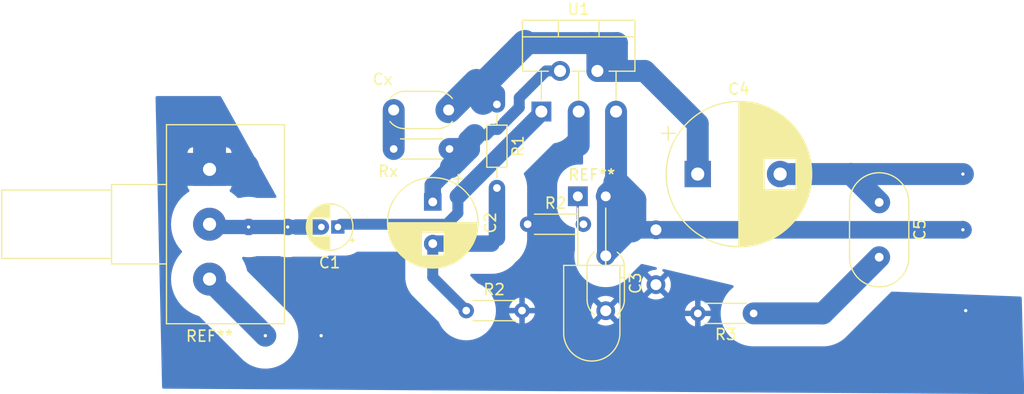
<source format=kicad_pcb>
(kicad_pcb (version 20240108) (generator "pcbnew") (generator_version "8.0")
  (layers (0 "F.Cu" signal) (31 "B.Cu" signal) (34 "B.Paste" user) (35 "F.Paste" user) (36 "B.SilkS" user "B.Silkscreen") (37 "F.SilkS" user "F.Silkscreen") (38 "B.Mask" user) (39 "F.Mask" user) (44 "Edge.Cuts" user))
  (net 0 "")
  (net 1 "Net-(U1-+)")
  (net 2 "Net-(C4-Pad1)")
  (net 3 "GND")
  (net 4 "Net-(U1--)")
  (net 5 "Net-(C2-Pad2)")
  (net 6 "Net-(C4-Pad2)")
  (net 7 "Net-(C5-Pad2)")
  (net 8 "Net-(Cx1-Pad2)")
  (net 9 "Net-(C1-Pad2)")
  (net 10 "+12V")
  (footprint "Resistor_THT:R_Axial_DIN0204_L3.6mm_D1.6mm_P5.08mm_Horizontal" (layer "F.Cu") (at 196.85 99.568 180)
    (property "Reference" "R3" (at 2.54 -1.92 0) (layer "F.SilkS"))
    (property "Value" "1")
    (pad "1" thru_hole circle (at 0 0 180) (size 1.4 1.4) (drill 0.7) (layers "*.Cu" "*.Mask") (net 7 "Net-(C5-Pad2)"))
    (pad "2" thru_hole oval (at 5.08 0 180) (size 1.4 1.4) (drill 0.7) (layers "*.Cu" "*.Mask") (net 3 "GND"))
  )
  (footprint "" (layer "F.Cu") (at 187.96 91.948)
    (property "Reference" "" (at 0 0 0) (layer "F.SilkS") (effects (font (size 1.27 1.27))))
    (property "Value" "")
    (pad "1" thru_hole circle (at 0 0 270) (size 1.7 1.7) (drill 1) (layers "*.Cu" "*.Mask") (net 10 "+12V"))
  )
  (footprint "Crystal:Resonator-2Pin_W6.0mm_H3.0mm" (layer "F.Cu") (at 169.084 81.026 180)
    (property "Reference" "Cx" (at 6.016 2.794 0) (layer "F.SilkS"))
    (property "Value" "68nF")
    (pad "1" thru_hole circle (at 0 0 180) (size 1.7 1.7) (drill 1) (layers "*.Cu" "*.Mask") (net 2 "Net-(C4-Pad1)"))
    (pad "2" thru_hole circle (at 5 0 180) (size 1.7 1.7) (drill 1) (layers "*.Cu" "*.Mask") (net 8 "Net-(Cx1-Pad2)"))
  )
  (footprint "Resistor_THT:R_Axial_DIN0204_L3.6mm_D1.6mm_P5.08mm_Horizontal" (layer "F.Cu") (at 164.084 84.582)
    (property "Reference" "Rx" (at -0.508 2.032 0) (layer "F.SilkS"))
    (property "Value" "100")
    (pad "1" thru_hole circle (at 0 0) (size 1.4 1.4) (drill 0.7) (layers "*.Cu" "*.Mask") (net 8 "Net-(Cx1-Pad2)"))
    (pad "2" thru_hole oval (at 5.08 0) (size 1.4 1.4) (drill 0.7) (layers "*.Cu" "*.Mask") (net 4 "Net-(U1--)"))
  )
  (footprint "Capacitor_THT:CP_Radial_D4.0mm_P1.50mm" (layer "F.Cu") (at 159.004 91.694 180)
    (property "Reference" "C1" (at 0.75 -3.25 0) (layer "F.SilkS"))
    (property "Value" "10uF")
    (pad "1" thru_hole rect (at 0 0 180) (size 1.2 1.2) (drill 0.6) (layers "*.Cu" "*.Mask") (net 1 "Net-(U1-+)"))
    (pad "2" thru_hole circle (at 1.5 0 180) (size 1.2 1.2) (drill 0.6) (layers "*.Cu" "*.Mask"))
  )
  (footprint "Crystal:Resonator-2Pin_W6.0mm_H3.0mm" (layer "F.Cu") (at 183.388 94.324 -90)
    (property "Reference" "C3" (at 2.5 -2.7 90) (layer "F.SilkS"))
    (property "Value" "100nF")
    (pad "1" thru_hole circle (at 0 0 270) (size 1.7 1.7) (drill 1) (layers "*.Cu" "*.Mask") (net 10 "+12V"))
    (pad "2" thru_hole circle (at 5 0 270) (size 1.7 1.7) (drill 1) (layers "*.Cu" "*.Mask") (net 3 "GND"))
  )
  (footprint "Crystal:Resonator-2Pin_W10.0mm_H5.0mm" (layer "F.Cu") (at 208.28 89.448 -90)
    (property "Reference" "C5" (at 2.5 -3.7 90) (layer "F.SilkS"))
    (property "Value" "100nF")
    (pad "1" thru_hole circle (at 0 0 270) (size 1.5 1.5) (drill 0.8) (layers "*.Cu" "*.Mask") (net 6 "Net-(C4-Pad2)"))
    (pad "2" thru_hole circle (at 5 0 270) (size 1.5 1.5) (drill 0.8) (layers "*.Cu" "*.Mask") (net 7 "Net-(C5-Pad2)"))
  )
  (footprint "" (layer "F.Cu") (at 187.96 96.948)
    (property "Reference" "" (at 0 0 0) (layer "F.SilkS") (effects (font (size 1.27 1.27))))
    (property "Value" "")
    (pad "2" thru_hole circle (at 0 0 270) (size 1.7 1.7) (drill 1) (layers "*.Cu" "*.Mask") (net 3 "GND"))
  )
  (footprint "Resistor_THT:R_Axial_DIN0204_L3.6mm_D1.6mm_P5.08mm_Horizontal" (layer "F.Cu") (at 176.276 91.44)
    (property "Reference" "R2" (at 2.54 -1.92 0) (layer "F.SilkS"))
    (property "Value" "4")
    (pad "1" thru_hole circle (at 0 0) (size 1.4 1.4) (drill 0.7) (layers "*.Cu" "*.Mask"))
    (pad "2" thru_hole oval (at 5.08 0) (size 1.4 1.4) (drill 0.7) (layers "*.Cu" "*.Mask"))
  )
  (footprint "Resistor_THT:R_Axial_DIN0204_L3.6mm_D1.6mm_P5.08mm_Horizontal" (layer "F.Cu") (at 170.688 99.314)
    (property "Reference" "R2" (at 2.54 -1.92 0) (layer "F.SilkS"))
    (property "Value" "4")
    (pad "1" thru_hole circle (at 0 0) (size 1.4 1.4) (drill 0.7) (layers "*.Cu" "*.Mask") (net 5 "Net-(C2-Pad2)"))
    (pad "2" thru_hole oval (at 5.08 0) (size 1.4 1.4) (drill 0.7) (layers "*.Cu" "*.Mask") (net 3 "GND"))
  )
  (footprint "Capacitor_THT:CP_Radial_D13.0mm_P7.50mm" (layer "F.Cu") (at 191.760785 86.868)
    (property "Reference" "C4" (at 3.75 -7.75 0) (layer "F.SilkS"))
    (property "Value" "2200uF")
    (pad "1" thru_hole rect (at 0 0) (size 2.4 2.4) (drill 1.2) (layers "*.Cu" "*.Mask") (net 2 "Net-(C4-Pad1)"))
    (pad "2" thru_hole circle (at 7.5 0) (size 2.4 2.4) (drill 1.2) (layers "*.Cu" "*.Mask") (net 6 "Net-(C4-Pad2)"))
  )
  (footprint "LED_THT:LED_D5.0mm_Horizontal_O6.35mm_Z15.0mm" (layer "F.Cu") (at 180.848 88.9)
    (property "Reference" "REF**" (at 1.27 -1.96 0) (layer "F.SilkS"))
    (property "Value" "LED_D5.0mm_Horizontal_O6.35mm_Z15.0mm")
    (pad "1" thru_hole rect (at 0 0) (size 1.8 1.8) (drill 0.9) (layers "*.Cu" "*.Mask"))
    (pad "2" thru_hole circle (at 2.54 0) (size 1.8 1.8) (drill 0.9) (layers "*.Cu" "*.Mask"))
  )
  (footprint "Resistor_THT:R_Axial_DIN0204_L3.6mm_D1.6mm_P7.62mm_Horizontal" (layer "F.Cu") (at 173.482 80.518 -90)
    (property "Reference" "R1" (at 3.81 -1.92 -90) (layer "F.SilkS"))
    (property "Value" "120")
    (pad "1" thru_hole circle (at 0 0 270) (size 1.4 1.4) (drill 0.7) (layers "*.Cu" "*.Mask") (net 2 "Net-(C4-Pad1)"))
    (pad "2" thru_hole oval (at 7.62 0 270) (size 1.4 1.4) (drill 0.7) (layers "*.Cu" "*.Mask") (net 5 "Net-(C2-Pad2)"))
  )
  (footprint "Capacitor_THT:CP_Radial_D8.0mm_P3.80mm" (layer "F.Cu") (at 167.64 89.408 -90)
    (property "Reference" "C2" (at 1.9 -5.25 90) (layer "F.SilkS"))
    (property "Value" "470uF")
    (pad "1" thru_hole rect (at 0 0 270) (size 1.6 1.6) (drill 0.8) (layers "*.Cu" "*.Mask") (net 4 "Net-(U1--)"))
    (pad "2" thru_hole circle (at 3.8 0 270) (size 1.6 1.6) (drill 0.8) (layers "*.Cu" "*.Mask") (net 5 "Net-(C2-Pad2)"))
  )
  (footprint "Package_TO_SOT_THT:TO-220-5_P3.4x3.7mm_StaggerOdd_Lead3.8mm_Vertical" (layer "F.Cu") (at 177.526 81.17)
    (property "Reference" "U1" (at 3.4 -9.32 0) (layer "F.SilkS"))
    (property "Value" "TDA2003")
    (pad "1" thru_hole rect (at 0 0) (size 1.8 1.8) (drill 1.1) (layers "*.Cu" "*.Mask") (net 1 "Net-(U1-+)"))
    (pad "2" thru_hole oval (at 1.7 -3.7) (size 1.8 1.8) (drill 1.1) (layers "*.Cu" "*.Mask") (net 4 "Net-(U1--)"))
    (pad "3" thru_hole oval (at 3.4 0) (size 1.8 1.8) (drill 1.1) (layers "*.Cu" "*.Mask") (net 3 "GND"))
    (pad "4" thru_hole oval (at 5.1 -3.7) (size 1.8 1.8) (drill 1.1) (layers "*.Cu" "*.Mask") (net 2 "Net-(C4-Pad1)"))
    (pad "5" thru_hole oval (at 6.8 0) (size 1.8 1.8) (drill 1.1) (layers "*.Cu" "*.Mask") (net 10 "+12V"))
  )
  (footprint "Potentiometer_THT:Potentiometer_Alps_RK163_Single_Horizontal" (layer "F.Cu") (at 147.32 86.44)
    (property "Reference" "REF**" (at 0 15.2 180) (layer "F.SilkS"))
    (property "Value" "Potentiometer_Alps_RK163_Single_Horizontal")
    (pad "1" thru_hole rect (at 0 0 180) (size 3 3) (drill 1.2) (layers "*.Cu" "*.Mask") (net 3 "GND"))
    (pad "2" thru_hole circle (at 0 5 180) (size 3 3) (drill 1.2) (layers "*.Cu" "*.Mask"))
    (pad "3" thru_hole circle (at 0 10 180) (size 3 3) (drill 1.2) (layers "*.Cu" "*.Mask"))
  )
  (segment (start 147.32 96.44) (end 147.32 96.52) (width 0.2) (layer "F.Cu") (net 0))
  (via (at 150.876 91.694) (size 1.5) (drill 0.3) (layers "F.Cu" "B.Cu") (net 0))
  (via (at 152.4 101.6) (size 1.5) (drill 0.3) (layers "F.Cu" "B.Cu") (net 0))
  (via (at 154.432 91.694) (size 1.5) (drill 0.3) (layers "F.Cu" "B.Cu") (net 0))
  (segment (start 147.32 96.52) (end 152.4 101.6) (width 2) (layer "B.Cu") (net 0))
  (segment (start 159.258 91.44) (end 159.004 91.694) (width 0.6) (layer "F.Cu") (net 1))
  (segment (start 177.526 81.17) (end 177.526 81.3) (width 0.2) (layer "F.Cu") (net 1))
  (segment (start 177.526 81.3) (end 169.926 88.9) (width 1.5) (layer "B.Cu") (net 1))
  (segment (start 169.926 88.9) (end 169.926 90.424) (width 1) (layer "B.Cu") (net 1))
  (segment (start 168.91 91.44) (end 159.258 91.44) (width 1) (layer "B.Cu") (net 1))
  (segment (start 169.926 90.424) (end 168.91 91.44) (width 1) (layer "B.Cu") (net 1))
  (segment (start 172.212 80.264) (end 172.212 78.74) (width 2.4) (layer "B.Cu") (net 2))
  (segment (start 191.760785 82.286785) (end 191.760785 86.868) (width 2) (layer "B.Cu") (net 2))
  (segment (start 173.482 80.518) (end 173.482 79.502) (width 1.5) (layer "B.Cu") (net 2))
  (segment (start 182.626 77.47) (end 183.896 77.47) (width 2) (layer "B.Cu") (net 2))
  (segment (start 172.212 78.74) (end 176.022 74.93) (width 2.4) (layer "B.Cu") (net 2))
  (segment (start 184.404 76.962) (end 184.404 74.93) (width 2) (layer "B.Cu") (net 2))
  (segment (start 186.944 77.47) (end 189.357 79.883) (width 2) (layer "B.Cu") (net 2))
  (segment (start 184.404 74.93) (end 182.118 74.93) (width 2) (layer "B.Cu") (net 2))
  (segment (start 176.022 74.93) (end 182.118 74.93) (width 2) (layer "B.Cu") (net 2))
  (segment (start 169.084 81.026) (end 171.624 78.486) (width 2.4) (layer "B.Cu") (net 2))
  (segment (start 189.357 79.883) (end 191.760785 82.286785) (width 2) (layer "B.Cu") (net 2))
  (segment (start 183.896 77.47) (end 186.944 77.47) (width 2) (layer "B.Cu") (net 2))
  (segment (start 171.624 78.486) (end 171.624 79.676) (width 2) (layer "B.Cu") (net 2))
  (segment (start 182.118 74.93) (end 182.626 75.438) (width 1) (layer "B.Cu") (net 2))
  (segment (start 182.626 75.438) (end 182.626 77.47) (width 2) (layer "B.Cu") (net 2))
  (segment (start 171.624 79.676) (end 172.212 80.264) (width 2) (layer "B.Cu") (net 2))
  (segment (start 173.228 79.248) (end 172.212 80.264) (width 1.5) (layer "B.Cu") (net 2))
  (via (at 216.154 99.314) (size 1.6) (drill 0.3) (layers "F.Cu" "B.Cu") (net 3))
  (via (at 157.48 101.6) (size 1.5) (drill 0.3) (layers "F.Cu" "B.Cu") (net 3))
  (segment (start 180.926 81.17) (end 180.926 84.25) (width 2) (layer "B.Cu") (net 3))
  (segment (start 147.32 83.82) (end 147.32 86.44) (width 3) (layer "B.Cu") (net 3))
  (segment (start 147.32 86.44) (end 144.352 86.44) (width 3) (layer "B.Cu") (net 3))
  (segment (start 150.288 86.44) (end 150.368 86.36) (width 3) (layer "B.Cu") (net 3))
  (segment (start 147.32 86.44) (end 150.288 86.44) (width 3) (layer "B.Cu") (net 3))
  (segment (start 173.021453 82.804) (end 172.513453 83.312) (width 1) (layer "B.Cu") (net 4))
  (segment (start 175.514 80.819453) (end 173.529453 82.804) (width 1) (layer "B.Cu") (net 4))
  (segment (start 167.64 89.408) (end 167.64 87.884) (width 1.5) (layer "B.Cu") (net 4))
  (segment (start 169.291 86.233) (end 170.942 84.582) (width 2) (layer "B.Cu") (net 4))
  (segment (start 171.45 83.312) (end 170.942 83.82) (width 2) (layer "B.Cu") (net 4))
  (segment (start 170.942 83.82) (end 170.942 84.582) (width 2) (layer "B.Cu") (net 4))
  (segment (start 179.226 77.47) (end 177.953208 77.47) (width 1) (layer "B.Cu") (net 4))
  (segment (start 175.514 80.772) (end 174.11 82.176) (width 1) (layer "B.Cu") (net 4))
  (segment (start 167.64 87.884) (end 169.291 86.233) (width 1.5) (layer "B.Cu") (net 4))
  (segment (start 175.514 79.909208) (end 175.514 80.772) (width 1) (layer "B.Cu") (net 4))
  (segment (start 172.513453 83.312) (end 171.45 83.312) (width 1) (layer "B.Cu") (net 4))
  (segment (start 177.953208 77.47) (end 175.514 79.909208) (width 1) (layer "B.Cu") (net 4))
  (segment (start 173.529453 82.804) (end 173.021453 82.804) (width 1) (layer "B.Cu") (net 4))
  (segment (start 170.942 84.582) (end 169.164 84.582) (width 2) (layer "B.Cu") (net 4))
  (segment (start 172.984 93.208) (end 173.482 92.71) (width 1) (layer "B.Cu") (net 5))
  (segment (start 167.64 93.208) (end 172.984 93.208) (width 1.5) (layer "B.Cu") (net 5))
  (segment (start 173.482 92.71) (end 173.482 88.138) (width 1.5) (layer "B.Cu") (net 5))
  (segment (start 167.64 96.266) (end 167.64 93.208) (width 1) (layer "B.Cu") (net 5))
  (segment (start 170.688 99.314) (end 167.64 96.266) (width 1) (layer "B.Cu") (net 5))
  (via (at 215.9 86.868) (size 1.6) (drill 0.3) (layers "F.Cu" "B.Cu") (net 6))
  (segment (start 208.28 89.448) (end 205.7 86.868) (width 2) (layer "B.Cu") (net 6))
  (segment (start 205.7 86.868) (end 199.260785 86.868) (width 2) (layer "B.Cu") (net 6))
  (segment (start 205.7 86.868) (end 215.9 86.868) (width 2) (layer "B.Cu") (net 6))
  (segment (start 196.85 99.568) (end 203.16 99.568) (width 2) (layer "B.Cu") (net 7))
  (segment (start 203.16 99.568) (end 208.28 94.448) (width 2) (layer "B.Cu") (net 7))
  (segment (start 164.084 81.026) (end 163.576 81.534) (width 0.2) (layer "F.Cu") (net 8))
  (segment (start 164.084 84.582) (end 164.084 81.026) (width 2) (layer "B.Cu") (net 8))
  (segment (start 147.574 91.694) (end 147.32 91.44) (width 0.2) (layer "F.Cu") (net 9))
  (segment (start 157.504 91.694) (end 147.574 91.694) (width 1.3) (layer "B.Cu") (net 9))
  (segment (start 157.504 91.694) (end 155.194 91.694) (width 1.4) (layer "B.Cu") (net 9))
  (segment (start 180.848 90.932) (end 180.848 88.9) (width 0.2) (layer "F.Cu") (net 10))
  (segment (start 181.356 91.44) (end 180.848 90.932) (width 0.2) (layer "F.Cu") (net 10))
  (via (at 215.9 91.948) (size 1.6) (drill 0.3) (layers "F.Cu" "B.Cu") (net 10))
  (segment (start 184.326 93.386) (end 183.388 94.324) (width 0.2) (layer "B.Cu") (net 10))
  (segment (start 180.848 88.9) (end 180.848 90.932) (width 0.2) (layer "B.Cu") (net 10))
  (segment (start 180.848 90.932) (end 181.356 91.44) (width 0.2) (layer "B.Cu") (net 10))
  (segment (start 184.326 81.17) (end 184.326 89.662) (width 2) (layer "B.Cu") (net 10))
  (segment (start 184.326 87.63) (end 183.388 88.568) (width 1.6) (layer "B.Cu") (net 10))
  (segment (start 185.764 91.948) (end 183.388 94.324) (width 1.6) (layer "B.Cu") (net 10))
  (segment (start 183.388 88.568) (end 183.388 94.324) (width 1.6) (layer "B.Cu") (net 10))
  (segment (start 185.764 91.948) (end 215.9 91.948) (width 1.6) (layer "B.Cu") (net 10))
  (segment (start 185.928 89.232) (end 184.326 87.63) (width 2.3) (layer "B.Cu") (net 10))
  (segment (start 185.928 91.784) (end 185.928 89.232) (width 2.3) (layer "B.Cu") (net 10))
  (segment (start 184.326 89.662) (end 184.326 93.386) (width 1.6) (layer "B.Cu") (net 10))
  (segment (start 185.764 91.948) (end 185.928 91.784) (width 2.3) (layer "B.Cu") (net 10))
  (segment (start 184.326 89.662) (end 184.326 87.63) (width 0.2) (layer "B.Cu") (net 10))
  (zone (net 0) (net_name "") (layers "F&B.Cu") (connect_pads (clearance 0)) (min_thickness 0.25)
    (keepout (tracks not_allowed) (vias not_allowed) (pads not_allowed) (copperpour not_allowed) (footprints allowed))
    (fill (thermal_gap 0.5) (thermal_bridge_width 0.5))
    (polygon (pts (xy 179.832 87.376) (xy 180.848 87.376) (xy 180.848 90.932) (xy 179.832 90.932)))
  )
  (zone (net 0) (net_name "") (layer "B.Cu") (connect_pads (clearance 0)) (min_thickness 0.25)
    (keepout (tracks not_allowed) (vias not_allowed) (pads not_allowed) (copperpour not_allowed) (footprints allowed))
    (fill (thermal_gap 0.5) (thermal_bridge_width 0.5))
    (polygon (pts (xy 153.416 88.9) (xy 148.336 79.756) (xy 153.416 79.756)))
  )
  (zone (net 3) (net_name "GND") (layer "B.Cu") (connect_pads (clearance 0.5)) (min_thickness 0.25) (fill yes (thermal_gap 0.5) (thermal_bridge_width 0.5))
    (polygon (pts (xy 220.726 77.724) (xy 221.488 106.934) (xy 143.002 106.426) (xy 142.24 72.644) (xy 191.77 72.39) (xy 192.024 77.216)))
  )
  (zone (net 0) (net_name "") (layer "B.Cu") (connect_pads (clearance 0)) (min_thickness 0.25)
    (keepout (tracks not_allowed) (vias not_allowed) (pads not_allowed) (copperpour not_allowed) (footprints allowed))
    (fill (thermal_gap 0.5) (thermal_bridge_width 0.5))
    (polygon (pts (xy 153.416 88.9) (xy 153.416 79.756) (xy 142.24 79.756) (xy 142.24 72.644) (xy 191.77 72.39) (xy 192.024 77.216) (xy 220.726 77.724) (xy 221.488 98.044) (xy 195.072 97.028) (xy 186.436 94.996) (xy 186.436 78.232) (xy 160.528 79.756) (xy 160.528 86.868) (xy 165.608 86.868) (xy 165.1 89.916)))
  )
  (zone (net 0) (net_name "") (layer "B.Cu") (connect_pads (clearance 0)) (min_thickness 0.25)
    (keepout (tracks not_allowed) (vias not_allowed) (pads not_allowed) (copperpour not_allowed) (footprints allowed))
    (fill (thermal_gap 0.5) (thermal_bridge_width 0.5))
    (polygon (pts (xy 179.832 92.456) (xy 180.848 92.456) (xy 180.848 91.44) (xy 179.832 91.44)))
  )
)
</source>
